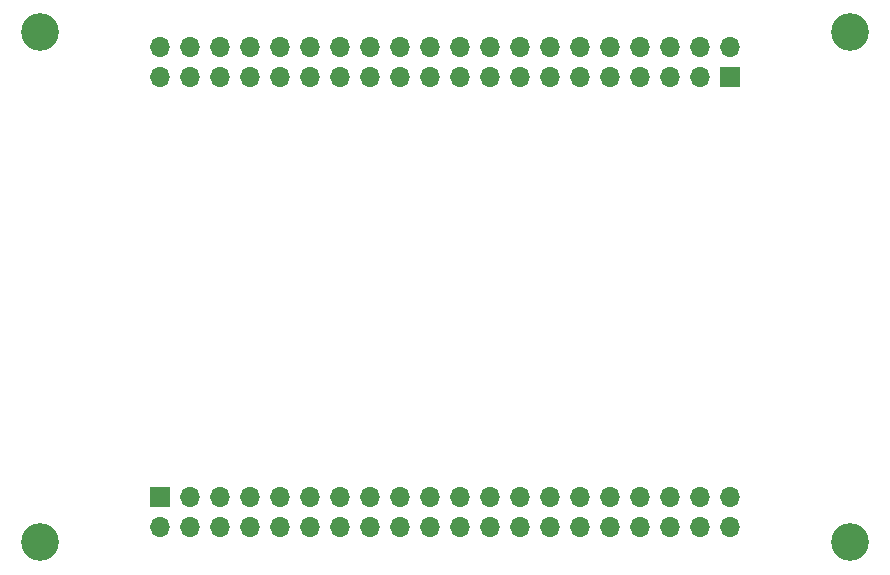
<source format=gbr>
%TF.GenerationSoftware,KiCad,Pcbnew,9.0.2+dfsg-1*%
%TF.CreationDate,2025-06-14T15:38:45+08:00*%
%TF.ProjectId,sd,73642e6b-6963-4616-945f-706362585858,rev?*%
%TF.SameCoordinates,Original*%
%TF.FileFunction,Soldermask,Bot*%
%TF.FilePolarity,Negative*%
%FSLAX46Y46*%
G04 Gerber Fmt 4.6, Leading zero omitted, Abs format (unit mm)*
G04 Created by KiCad (PCBNEW 9.0.2+dfsg-1) date 2025-06-14 15:38:45*
%MOMM*%
%LPD*%
G01*
G04 APERTURE LIST*
%ADD10R,1.700000X1.700000*%
%ADD11O,1.700000X1.700000*%
%ADD12C,3.200000*%
G04 APERTURE END LIST*
D10*
%TO.C,J5*%
X182880000Y-77470000D03*
D11*
X182880000Y-74930000D03*
X180340000Y-77470000D03*
X180340000Y-74930000D03*
X177800000Y-77470000D03*
X177800000Y-74930000D03*
X175260000Y-77470000D03*
X175260000Y-74930000D03*
X172720000Y-77470000D03*
X172720000Y-74930000D03*
X170180000Y-77470000D03*
X170180000Y-74930000D03*
X167640000Y-77470000D03*
X167640000Y-74930000D03*
X165100000Y-77470000D03*
X165100000Y-74930000D03*
X162560000Y-77470000D03*
X162560000Y-74930000D03*
X160020000Y-77470000D03*
X160020000Y-74930000D03*
X157480000Y-77470000D03*
X157480000Y-74930000D03*
X154940000Y-77470000D03*
X154940000Y-74930000D03*
X152400000Y-77470000D03*
X152400000Y-74930000D03*
X149860000Y-77470000D03*
X149860000Y-74930000D03*
X147320000Y-77470000D03*
X147320000Y-74930000D03*
X144780000Y-77470000D03*
X144780000Y-74930000D03*
X142240000Y-77470000D03*
X142240000Y-74930000D03*
X139700000Y-77470000D03*
X139700000Y-74930000D03*
X137160000Y-77470000D03*
X137160000Y-74930000D03*
X134620000Y-77470000D03*
X134620000Y-74930000D03*
%TD*%
D10*
%TO.C,J4*%
X134620000Y-113030000D03*
D11*
X134620000Y-115570000D03*
X137160000Y-113030000D03*
X137160000Y-115570000D03*
X139700000Y-113030000D03*
X139700000Y-115570000D03*
X142240000Y-113030000D03*
X142240000Y-115570000D03*
X144780000Y-113030000D03*
X144780000Y-115570000D03*
X147320000Y-113030000D03*
X147320000Y-115570000D03*
X149860000Y-113030000D03*
X149860000Y-115570000D03*
X152400000Y-113030000D03*
X152400000Y-115570000D03*
X154940000Y-113030000D03*
X154940000Y-115570000D03*
X157480000Y-113030000D03*
X157480000Y-115570000D03*
X160020000Y-113030000D03*
X160020000Y-115570000D03*
X162560000Y-113030000D03*
X162560000Y-115570000D03*
X165100000Y-113030000D03*
X165100000Y-115570000D03*
X167640000Y-113030000D03*
X167640000Y-115570000D03*
X170180000Y-113030000D03*
X170180000Y-115570000D03*
X172720000Y-113030000D03*
X172720000Y-115570000D03*
X175260000Y-113030000D03*
X175260000Y-115570000D03*
X177800000Y-113030000D03*
X177800000Y-115570000D03*
X180340000Y-113030000D03*
X180340000Y-115570000D03*
X182880000Y-113030000D03*
X182880000Y-115570000D03*
%TD*%
D12*
%TO.C,J3*%
X124460000Y-73660000D03*
X124460000Y-116840000D03*
X193040000Y-73660000D03*
X193040000Y-116840000D03*
%TD*%
M02*

</source>
